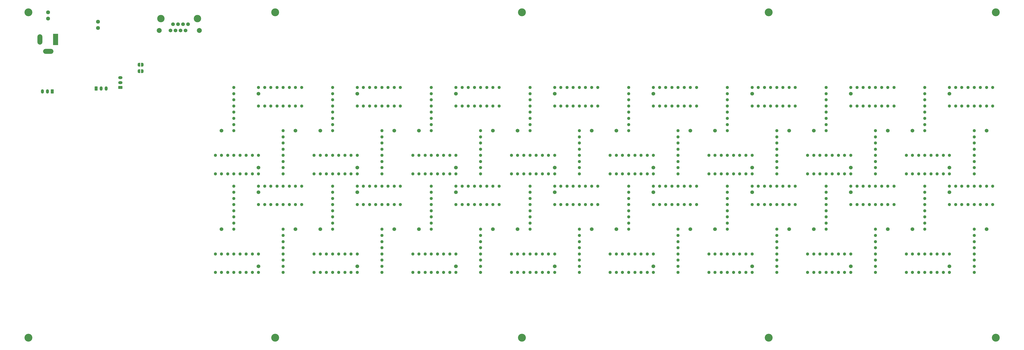
<source format=gbr>
%TF.GenerationSoftware,KiCad,Pcbnew,8.0.6*%
%TF.CreationDate,2025-05-14T01:22:40+09:00*%
%TF.ProjectId,denko_test,64656e6b-6f5f-4746-9573-742e6b696361,rev?*%
%TF.SameCoordinates,Original*%
%TF.FileFunction,Soldermask,Bot*%
%TF.FilePolarity,Negative*%
%FSLAX46Y46*%
G04 Gerber Fmt 4.6, Leading zero omitted, Abs format (unit mm)*
G04 Created by KiCad (PCBNEW 8.0.6) date 2025-05-14 01:22:40*
%MOMM*%
%LPD*%
G01*
G04 APERTURE LIST*
G04 Aperture macros list*
%AMRoundRect*
0 Rectangle with rounded corners*
0 $1 Rounding radius*
0 $2 $3 $4 $5 $6 $7 $8 $9 X,Y pos of 4 corners*
0 Add a 4 corners polygon primitive as box body*
4,1,4,$2,$3,$4,$5,$6,$7,$8,$9,$2,$3,0*
0 Add four circle primitives for the rounded corners*
1,1,$1+$1,$2,$3*
1,1,$1+$1,$4,$5*
1,1,$1+$1,$6,$7*
1,1,$1+$1,$8,$9*
0 Add four rect primitives between the rounded corners*
20,1,$1+$1,$2,$3,$4,$5,0*
20,1,$1+$1,$4,$5,$6,$7,0*
20,1,$1+$1,$6,$7,$8,$9,0*
20,1,$1+$1,$8,$9,$2,$3,0*%
%AMFreePoly0*
4,1,19,0.500000,-0.750000,0.000000,-0.750000,0.000000,-0.744911,-0.071157,-0.744911,-0.207708,-0.704816,-0.327430,-0.627875,-0.420627,-0.520320,-0.479746,-0.390866,-0.500000,-0.250000,-0.500000,0.250000,-0.479746,0.390866,-0.420627,0.520320,-0.327430,0.627875,-0.207708,0.704816,-0.071157,0.744911,0.000000,0.744911,0.000000,0.750000,0.500000,0.750000,0.500000,-0.750000,0.500000,-0.750000,
$1*%
%AMFreePoly1*
4,1,19,0.000000,0.744911,0.071157,0.744911,0.207708,0.704816,0.327430,0.627875,0.420627,0.520320,0.479746,0.390866,0.500000,0.250000,0.500000,-0.250000,0.479746,-0.390866,0.420627,-0.520320,0.327430,-0.627875,0.207708,-0.704816,0.071157,-0.744911,0.000000,-0.744911,0.000000,-0.750000,-0.500000,-0.750000,-0.500000,0.750000,0.000000,0.750000,0.000000,0.744911,0.000000,0.744911,
$1*%
G04 Aperture macros list end*
%ADD10C,1.500000*%
%ADD11C,1.300000*%
%ADD12R,2.000000X4.600000*%
%ADD13O,2.000000X4.200000*%
%ADD14O,4.200000X2.000000*%
%ADD15RoundRect,0.250000X0.350000X0.625000X-0.350000X0.625000X-0.350000X-0.625000X0.350000X-0.625000X0*%
%ADD16O,1.200000X1.750000*%
%ADD17C,3.200000*%
%ADD18RoundRect,0.250000X0.625000X-0.350000X0.625000X0.350000X-0.625000X0.350000X-0.625000X-0.350000X0*%
%ADD19O,1.750000X1.200000*%
%ADD20C,1.600000*%
%ADD21RoundRect,0.250000X-0.350000X-0.625000X0.350000X-0.625000X0.350000X0.625000X-0.350000X0.625000X0*%
%ADD22C,2.000000*%
%ADD23C,3.000000*%
%ADD24FreePoly0,180.000000*%
%ADD25FreePoly1,180.000000*%
G04 APERTURE END LIST*
D10*
%TO.C,U40*%
X510280000Y-316000000D03*
X495280000Y-301000000D03*
X525280000Y-301000000D03*
X510280000Y-286000000D03*
D11*
X500280000Y-283500000D03*
X500280000Y-286000000D03*
X500280000Y-288500000D03*
X500280000Y-291000000D03*
X500280000Y-293500000D03*
X500280000Y-296000000D03*
X500280000Y-298500000D03*
X500280000Y-301000000D03*
X492780000Y-311000000D03*
X495280000Y-311000000D03*
X497780000Y-311000000D03*
X500280000Y-311000000D03*
X502780000Y-311000000D03*
X505280000Y-311000000D03*
X507780000Y-311000000D03*
X510280000Y-311000000D03*
X520280000Y-318500000D03*
X520280000Y-316000000D03*
X520280000Y-313500000D03*
X520280000Y-311000000D03*
X520280000Y-308500000D03*
X520280000Y-306000000D03*
X520280000Y-303500000D03*
X520280000Y-301000000D03*
X527780000Y-291000000D03*
X525280000Y-291000000D03*
X522780000Y-291000000D03*
X520280000Y-291000000D03*
X517780000Y-291000000D03*
X515280000Y-291000000D03*
X512780000Y-291000000D03*
X510280000Y-291000000D03*
X492780000Y-318500000D03*
X495280000Y-318500000D03*
X497780000Y-318500000D03*
X500280000Y-318500000D03*
X502780000Y-318500000D03*
X505280000Y-318500000D03*
X507780000Y-318500000D03*
X510280000Y-318500000D03*
X527780000Y-283500000D03*
X525280000Y-283500000D03*
X522780000Y-283500000D03*
X520280000Y-283500000D03*
X517780000Y-283500000D03*
X515280000Y-283500000D03*
X512780000Y-283500000D03*
X510280000Y-283500000D03*
%TD*%
D10*
%TO.C,U49*%
X550280000Y-276000000D03*
X535280000Y-261000000D03*
X565280000Y-261000000D03*
X550280000Y-246000000D03*
D11*
X540280000Y-243500000D03*
X540280000Y-246000000D03*
X540280000Y-248500000D03*
X540280000Y-251000000D03*
X540280000Y-253500000D03*
X540280000Y-256000000D03*
X540280000Y-258500000D03*
X540280000Y-261000000D03*
X532780000Y-271000000D03*
X535280000Y-271000000D03*
X537780000Y-271000000D03*
X540280000Y-271000000D03*
X542780000Y-271000000D03*
X545280000Y-271000000D03*
X547780000Y-271000000D03*
X550280000Y-271000000D03*
X560280000Y-278500000D03*
X560280000Y-276000000D03*
X560280000Y-273500000D03*
X560280000Y-271000000D03*
X560280000Y-268500000D03*
X560280000Y-266000000D03*
X560280000Y-263500000D03*
X560280000Y-261000000D03*
X567780000Y-251000000D03*
X565280000Y-251000000D03*
X562780000Y-251000000D03*
X560280000Y-251000000D03*
X557780000Y-251000000D03*
X555280000Y-251000000D03*
X552780000Y-251000000D03*
X550280000Y-251000000D03*
X532780000Y-278500000D03*
X535280000Y-278500000D03*
X537780000Y-278500000D03*
X540280000Y-278500000D03*
X542780000Y-278500000D03*
X545280000Y-278500000D03*
X547780000Y-278500000D03*
X550280000Y-278500000D03*
X567780000Y-243500000D03*
X565280000Y-243500000D03*
X562780000Y-243500000D03*
X560280000Y-243500000D03*
X557780000Y-243500000D03*
X555280000Y-243500000D03*
X552780000Y-243500000D03*
X550280000Y-243500000D03*
%TD*%
D10*
%TO.C,U33*%
X470280000Y-276000000D03*
X455280000Y-261000000D03*
X485280000Y-261000000D03*
X470280000Y-246000000D03*
D11*
X460280000Y-243500000D03*
X460280000Y-246000000D03*
X460280000Y-248500000D03*
X460280000Y-251000000D03*
X460280000Y-253500000D03*
X460280000Y-256000000D03*
X460280000Y-258500000D03*
X460280000Y-261000000D03*
X452780000Y-271000000D03*
X455280000Y-271000000D03*
X457780000Y-271000000D03*
X460280000Y-271000000D03*
X462780000Y-271000000D03*
X465280000Y-271000000D03*
X467780000Y-271000000D03*
X470280000Y-271000000D03*
X480280000Y-278500000D03*
X480280000Y-276000000D03*
X480280000Y-273500000D03*
X480280000Y-271000000D03*
X480280000Y-268500000D03*
X480280000Y-266000000D03*
X480280000Y-263500000D03*
X480280000Y-261000000D03*
X487780000Y-251000000D03*
X485280000Y-251000000D03*
X482780000Y-251000000D03*
X480280000Y-251000000D03*
X477780000Y-251000000D03*
X475280000Y-251000000D03*
X472780000Y-251000000D03*
X470280000Y-251000000D03*
X452780000Y-278500000D03*
X455280000Y-278500000D03*
X457780000Y-278500000D03*
X460280000Y-278500000D03*
X462780000Y-278500000D03*
X465280000Y-278500000D03*
X467780000Y-278500000D03*
X470280000Y-278500000D03*
X487780000Y-243500000D03*
X485280000Y-243500000D03*
X482780000Y-243500000D03*
X480280000Y-243500000D03*
X477780000Y-243500000D03*
X475280000Y-243500000D03*
X472780000Y-243500000D03*
X470280000Y-243500000D03*
%TD*%
D12*
%TO.C,J2*%
X188000000Y-224000000D03*
D13*
X181700000Y-224000000D03*
D14*
X185100000Y-228800000D03*
%TD*%
D15*
%TO.C,J5*%
X186700000Y-245100000D03*
D16*
X184700000Y-245100000D03*
X182700000Y-245100000D03*
%TD*%
D10*
%TO.C,U39*%
X510280000Y-276000000D03*
X495280000Y-261000000D03*
X525280000Y-261000000D03*
X510280000Y-246000000D03*
D11*
X500280000Y-243500000D03*
X500280000Y-246000000D03*
X500280000Y-248500000D03*
X500280000Y-251000000D03*
X500280000Y-253500000D03*
X500280000Y-256000000D03*
X500280000Y-258500000D03*
X500280000Y-261000000D03*
X492780000Y-271000000D03*
X495280000Y-271000000D03*
X497780000Y-271000000D03*
X500280000Y-271000000D03*
X502780000Y-271000000D03*
X505280000Y-271000000D03*
X507780000Y-271000000D03*
X510280000Y-271000000D03*
X520280000Y-278500000D03*
X520280000Y-276000000D03*
X520280000Y-273500000D03*
X520280000Y-271000000D03*
X520280000Y-268500000D03*
X520280000Y-266000000D03*
X520280000Y-263500000D03*
X520280000Y-261000000D03*
X527780000Y-251000000D03*
X525280000Y-251000000D03*
X522780000Y-251000000D03*
X520280000Y-251000000D03*
X517780000Y-251000000D03*
X515280000Y-251000000D03*
X512780000Y-251000000D03*
X510280000Y-251000000D03*
X492780000Y-278500000D03*
X495280000Y-278500000D03*
X497780000Y-278500000D03*
X500280000Y-278500000D03*
X502780000Y-278500000D03*
X505280000Y-278500000D03*
X507780000Y-278500000D03*
X510280000Y-278500000D03*
X527780000Y-243500000D03*
X525280000Y-243500000D03*
X522780000Y-243500000D03*
X520280000Y-243500000D03*
X517780000Y-243500000D03*
X515280000Y-243500000D03*
X512780000Y-243500000D03*
X510280000Y-243500000D03*
%TD*%
D17*
%TO.C,H5*%
X177000000Y-345000000D03*
%TD*%
D10*
%TO.C,U34*%
X470280000Y-316000000D03*
X455280000Y-301000000D03*
X485280000Y-301000000D03*
X470280000Y-286000000D03*
D11*
X460280000Y-283500000D03*
X460280000Y-286000000D03*
X460280000Y-288500000D03*
X460280000Y-291000000D03*
X460280000Y-293500000D03*
X460280000Y-296000000D03*
X460280000Y-298500000D03*
X460280000Y-301000000D03*
X452780000Y-311000000D03*
X455280000Y-311000000D03*
X457780000Y-311000000D03*
X460280000Y-311000000D03*
X462780000Y-311000000D03*
X465280000Y-311000000D03*
X467780000Y-311000000D03*
X470280000Y-311000000D03*
X480280000Y-318500000D03*
X480280000Y-316000000D03*
X480280000Y-313500000D03*
X480280000Y-311000000D03*
X480280000Y-308500000D03*
X480280000Y-306000000D03*
X480280000Y-303500000D03*
X480280000Y-301000000D03*
X487780000Y-291000000D03*
X485280000Y-291000000D03*
X482780000Y-291000000D03*
X480280000Y-291000000D03*
X477780000Y-291000000D03*
X475280000Y-291000000D03*
X472780000Y-291000000D03*
X470280000Y-291000000D03*
X452780000Y-318500000D03*
X455280000Y-318500000D03*
X457780000Y-318500000D03*
X460280000Y-318500000D03*
X462780000Y-318500000D03*
X465280000Y-318500000D03*
X467780000Y-318500000D03*
X470280000Y-318500000D03*
X487780000Y-283500000D03*
X485280000Y-283500000D03*
X482780000Y-283500000D03*
X480280000Y-283500000D03*
X477780000Y-283500000D03*
X475280000Y-283500000D03*
X472780000Y-283500000D03*
X470280000Y-283500000D03*
%TD*%
D18*
%TO.C,J1*%
X214300000Y-243500000D03*
D19*
X214300000Y-241500000D03*
X214300000Y-239500000D03*
%TD*%
D17*
%TO.C,H8*%
X277000000Y-213000000D03*
%TD*%
D10*
%TO.C,U6*%
X310280000Y-316000000D03*
X295280000Y-301000000D03*
X325280000Y-301000000D03*
X310280000Y-286000000D03*
D11*
X300280000Y-283500000D03*
X300280000Y-286000000D03*
X300280000Y-288500000D03*
X300280000Y-291000000D03*
X300280000Y-293500000D03*
X300280000Y-296000000D03*
X300280000Y-298500000D03*
X300280000Y-301000000D03*
X292780000Y-311000000D03*
X295280000Y-311000000D03*
X297780000Y-311000000D03*
X300280000Y-311000000D03*
X302780000Y-311000000D03*
X305280000Y-311000000D03*
X307780000Y-311000000D03*
X310280000Y-311000000D03*
X320280000Y-318500000D03*
X320280000Y-316000000D03*
X320280000Y-313500000D03*
X320280000Y-311000000D03*
X320280000Y-308500000D03*
X320280000Y-306000000D03*
X320280000Y-303500000D03*
X320280000Y-301000000D03*
X327780000Y-291000000D03*
X325280000Y-291000000D03*
X322780000Y-291000000D03*
X320280000Y-291000000D03*
X317780000Y-291000000D03*
X315280000Y-291000000D03*
X312780000Y-291000000D03*
X310280000Y-291000000D03*
X292780000Y-318500000D03*
X295280000Y-318500000D03*
X297780000Y-318500000D03*
X300280000Y-318500000D03*
X302780000Y-318500000D03*
X305280000Y-318500000D03*
X307780000Y-318500000D03*
X310280000Y-318500000D03*
X327780000Y-283500000D03*
X325280000Y-283500000D03*
X322780000Y-283500000D03*
X320280000Y-283500000D03*
X317780000Y-283500000D03*
X315280000Y-283500000D03*
X312780000Y-283500000D03*
X310280000Y-283500000D03*
%TD*%
D20*
%TO.C,C1*%
X185000000Y-215500000D03*
X185000000Y-213000000D03*
%TD*%
D10*
%TO.C,U21*%
X390280000Y-276000000D03*
X375280000Y-261000000D03*
X405280000Y-261000000D03*
X390280000Y-246000000D03*
D11*
X380280000Y-243500000D03*
X380280000Y-246000000D03*
X380280000Y-248500000D03*
X380280000Y-251000000D03*
X380280000Y-253500000D03*
X380280000Y-256000000D03*
X380280000Y-258500000D03*
X380280000Y-261000000D03*
X372780000Y-271000000D03*
X375280000Y-271000000D03*
X377780000Y-271000000D03*
X380280000Y-271000000D03*
X382780000Y-271000000D03*
X385280000Y-271000000D03*
X387780000Y-271000000D03*
X390280000Y-271000000D03*
X400280000Y-278500000D03*
X400280000Y-276000000D03*
X400280000Y-273500000D03*
X400280000Y-271000000D03*
X400280000Y-268500000D03*
X400280000Y-266000000D03*
X400280000Y-263500000D03*
X400280000Y-261000000D03*
X407780000Y-251000000D03*
X405280000Y-251000000D03*
X402780000Y-251000000D03*
X400280000Y-251000000D03*
X397780000Y-251000000D03*
X395280000Y-251000000D03*
X392780000Y-251000000D03*
X390280000Y-251000000D03*
X372780000Y-278500000D03*
X375280000Y-278500000D03*
X377780000Y-278500000D03*
X380280000Y-278500000D03*
X382780000Y-278500000D03*
X385280000Y-278500000D03*
X387780000Y-278500000D03*
X390280000Y-278500000D03*
X407780000Y-243500000D03*
X405280000Y-243500000D03*
X402780000Y-243500000D03*
X400280000Y-243500000D03*
X397780000Y-243500000D03*
X395280000Y-243500000D03*
X392780000Y-243500000D03*
X390280000Y-243500000D03*
%TD*%
D10*
%TO.C,U3*%
X270280000Y-276000000D03*
X255280000Y-261000000D03*
X285280000Y-261000000D03*
X270280000Y-246000000D03*
D11*
X260280000Y-243500000D03*
X260280000Y-246000000D03*
X260280000Y-248500000D03*
X260280000Y-251000000D03*
X260280000Y-253500000D03*
X260280000Y-256000000D03*
X260280000Y-258500000D03*
X260280000Y-261000000D03*
X252780000Y-271000000D03*
X255280000Y-271000000D03*
X257780000Y-271000000D03*
X260280000Y-271000000D03*
X262780000Y-271000000D03*
X265280000Y-271000000D03*
X267780000Y-271000000D03*
X270280000Y-271000000D03*
X280280000Y-278500000D03*
X280280000Y-276000000D03*
X280280000Y-273500000D03*
X280280000Y-271000000D03*
X280280000Y-268500000D03*
X280280000Y-266000000D03*
X280280000Y-263500000D03*
X280280000Y-261000000D03*
X287780000Y-251000000D03*
X285280000Y-251000000D03*
X282780000Y-251000000D03*
X280280000Y-251000000D03*
X277780000Y-251000000D03*
X275280000Y-251000000D03*
X272780000Y-251000000D03*
X270280000Y-251000000D03*
X252780000Y-278500000D03*
X255280000Y-278500000D03*
X257780000Y-278500000D03*
X260280000Y-278500000D03*
X262780000Y-278500000D03*
X265280000Y-278500000D03*
X267780000Y-278500000D03*
X270280000Y-278500000D03*
X287780000Y-243500000D03*
X285280000Y-243500000D03*
X282780000Y-243500000D03*
X280280000Y-243500000D03*
X277780000Y-243500000D03*
X275280000Y-243500000D03*
X272780000Y-243500000D03*
X270280000Y-243500000D03*
%TD*%
D10*
%TO.C,U28*%
X430280000Y-316000000D03*
X415280000Y-301000000D03*
X445280000Y-301000000D03*
X430280000Y-286000000D03*
D11*
X420280000Y-283500000D03*
X420280000Y-286000000D03*
X420280000Y-288500000D03*
X420280000Y-291000000D03*
X420280000Y-293500000D03*
X420280000Y-296000000D03*
X420280000Y-298500000D03*
X420280000Y-301000000D03*
X412780000Y-311000000D03*
X415280000Y-311000000D03*
X417780000Y-311000000D03*
X420280000Y-311000000D03*
X422780000Y-311000000D03*
X425280000Y-311000000D03*
X427780000Y-311000000D03*
X430280000Y-311000000D03*
X440280000Y-318500000D03*
X440280000Y-316000000D03*
X440280000Y-313500000D03*
X440280000Y-311000000D03*
X440280000Y-308500000D03*
X440280000Y-306000000D03*
X440280000Y-303500000D03*
X440280000Y-301000000D03*
X447780000Y-291000000D03*
X445280000Y-291000000D03*
X442780000Y-291000000D03*
X440280000Y-291000000D03*
X437780000Y-291000000D03*
X435280000Y-291000000D03*
X432780000Y-291000000D03*
X430280000Y-291000000D03*
X412780000Y-318500000D03*
X415280000Y-318500000D03*
X417780000Y-318500000D03*
X420280000Y-318500000D03*
X422780000Y-318500000D03*
X425280000Y-318500000D03*
X427780000Y-318500000D03*
X430280000Y-318500000D03*
X447780000Y-283500000D03*
X445280000Y-283500000D03*
X442780000Y-283500000D03*
X440280000Y-283500000D03*
X437780000Y-283500000D03*
X435280000Y-283500000D03*
X432780000Y-283500000D03*
X430280000Y-283500000D03*
%TD*%
D10*
%TO.C,U27*%
X430280000Y-276000000D03*
X415280000Y-261000000D03*
X445280000Y-261000000D03*
X430280000Y-246000000D03*
D11*
X420280000Y-243500000D03*
X420280000Y-246000000D03*
X420280000Y-248500000D03*
X420280000Y-251000000D03*
X420280000Y-253500000D03*
X420280000Y-256000000D03*
X420280000Y-258500000D03*
X420280000Y-261000000D03*
X412780000Y-271000000D03*
X415280000Y-271000000D03*
X417780000Y-271000000D03*
X420280000Y-271000000D03*
X422780000Y-271000000D03*
X425280000Y-271000000D03*
X427780000Y-271000000D03*
X430280000Y-271000000D03*
X440280000Y-278500000D03*
X440280000Y-276000000D03*
X440280000Y-273500000D03*
X440280000Y-271000000D03*
X440280000Y-268500000D03*
X440280000Y-266000000D03*
X440280000Y-263500000D03*
X440280000Y-261000000D03*
X447780000Y-251000000D03*
X445280000Y-251000000D03*
X442780000Y-251000000D03*
X440280000Y-251000000D03*
X437780000Y-251000000D03*
X435280000Y-251000000D03*
X432780000Y-251000000D03*
X430280000Y-251000000D03*
X412780000Y-278500000D03*
X415280000Y-278500000D03*
X417780000Y-278500000D03*
X420280000Y-278500000D03*
X422780000Y-278500000D03*
X425280000Y-278500000D03*
X427780000Y-278500000D03*
X430280000Y-278500000D03*
X447780000Y-243500000D03*
X445280000Y-243500000D03*
X442780000Y-243500000D03*
X440280000Y-243500000D03*
X437780000Y-243500000D03*
X435280000Y-243500000D03*
X432780000Y-243500000D03*
X430280000Y-243500000D03*
%TD*%
D10*
%TO.C,U22*%
X390280000Y-316000000D03*
X375280000Y-301000000D03*
X405280000Y-301000000D03*
X390280000Y-286000000D03*
D11*
X380280000Y-283500000D03*
X380280000Y-286000000D03*
X380280000Y-288500000D03*
X380280000Y-291000000D03*
X380280000Y-293500000D03*
X380280000Y-296000000D03*
X380280000Y-298500000D03*
X380280000Y-301000000D03*
X372780000Y-311000000D03*
X375280000Y-311000000D03*
X377780000Y-311000000D03*
X380280000Y-311000000D03*
X382780000Y-311000000D03*
X385280000Y-311000000D03*
X387780000Y-311000000D03*
X390280000Y-311000000D03*
X400280000Y-318500000D03*
X400280000Y-316000000D03*
X400280000Y-313500000D03*
X400280000Y-311000000D03*
X400280000Y-308500000D03*
X400280000Y-306000000D03*
X400280000Y-303500000D03*
X400280000Y-301000000D03*
X407780000Y-291000000D03*
X405280000Y-291000000D03*
X402780000Y-291000000D03*
X400280000Y-291000000D03*
X397780000Y-291000000D03*
X395280000Y-291000000D03*
X392780000Y-291000000D03*
X390280000Y-291000000D03*
X372780000Y-318500000D03*
X375280000Y-318500000D03*
X377780000Y-318500000D03*
X380280000Y-318500000D03*
X382780000Y-318500000D03*
X385280000Y-318500000D03*
X387780000Y-318500000D03*
X390280000Y-318500000D03*
X407780000Y-283500000D03*
X405280000Y-283500000D03*
X402780000Y-283500000D03*
X400280000Y-283500000D03*
X397780000Y-283500000D03*
X395280000Y-283500000D03*
X392780000Y-283500000D03*
X390280000Y-283500000D03*
%TD*%
D21*
%TO.C,J4*%
X204500000Y-243900000D03*
D16*
X206500000Y-243900000D03*
X208500000Y-243900000D03*
%TD*%
D17*
%TO.C,H7*%
X277000000Y-345000000D03*
%TD*%
%TO.C,H1*%
X477000000Y-345000000D03*
%TD*%
D22*
%TO.C,J6*%
X246275000Y-220340000D03*
D23*
X245550000Y-215500000D03*
X230750000Y-215500000D03*
D22*
X230025000Y-220340000D03*
D10*
X234580000Y-220340000D03*
X235600000Y-217800000D03*
X236620000Y-220340000D03*
X237640000Y-217800000D03*
X238660000Y-220340000D03*
X239680000Y-217800000D03*
X240700000Y-220340000D03*
X241720000Y-217800000D03*
%TD*%
D17*
%TO.C,H10*%
X569000000Y-213000000D03*
%TD*%
%TO.C,H3*%
X477000000Y-213000000D03*
%TD*%
D10*
%TO.C,U4*%
X270280000Y-316000000D03*
X255280000Y-301000000D03*
X285280000Y-301000000D03*
X270280000Y-286000000D03*
D11*
X260280000Y-283500000D03*
X260280000Y-286000000D03*
X260280000Y-288500000D03*
X260280000Y-291000000D03*
X260280000Y-293500000D03*
X260280000Y-296000000D03*
X260280000Y-298500000D03*
X260280000Y-301000000D03*
X252780000Y-311000000D03*
X255280000Y-311000000D03*
X257780000Y-311000000D03*
X260280000Y-311000000D03*
X262780000Y-311000000D03*
X265280000Y-311000000D03*
X267780000Y-311000000D03*
X270280000Y-311000000D03*
X280280000Y-318500000D03*
X280280000Y-316000000D03*
X280280000Y-313500000D03*
X280280000Y-311000000D03*
X280280000Y-308500000D03*
X280280000Y-306000000D03*
X280280000Y-303500000D03*
X280280000Y-301000000D03*
X287780000Y-291000000D03*
X285280000Y-291000000D03*
X282780000Y-291000000D03*
X280280000Y-291000000D03*
X277780000Y-291000000D03*
X275280000Y-291000000D03*
X272780000Y-291000000D03*
X270280000Y-291000000D03*
X252780000Y-318500000D03*
X255280000Y-318500000D03*
X257780000Y-318500000D03*
X260280000Y-318500000D03*
X262780000Y-318500000D03*
X265280000Y-318500000D03*
X267780000Y-318500000D03*
X270280000Y-318500000D03*
X287780000Y-283500000D03*
X285280000Y-283500000D03*
X282780000Y-283500000D03*
X280280000Y-283500000D03*
X277780000Y-283500000D03*
X275280000Y-283500000D03*
X272780000Y-283500000D03*
X270280000Y-283500000D03*
%TD*%
D10*
%TO.C,U12*%
X350280000Y-316000000D03*
X335280000Y-301000000D03*
X365280000Y-301000000D03*
X350280000Y-286000000D03*
D11*
X340280000Y-283500000D03*
X340280000Y-286000000D03*
X340280000Y-288500000D03*
X340280000Y-291000000D03*
X340280000Y-293500000D03*
X340280000Y-296000000D03*
X340280000Y-298500000D03*
X340280000Y-301000000D03*
X332780000Y-311000000D03*
X335280000Y-311000000D03*
X337780000Y-311000000D03*
X340280000Y-311000000D03*
X342780000Y-311000000D03*
X345280000Y-311000000D03*
X347780000Y-311000000D03*
X350280000Y-311000000D03*
X360280000Y-318500000D03*
X360280000Y-316000000D03*
X360280000Y-313500000D03*
X360280000Y-311000000D03*
X360280000Y-308500000D03*
X360280000Y-306000000D03*
X360280000Y-303500000D03*
X360280000Y-301000000D03*
X367780000Y-291000000D03*
X365280000Y-291000000D03*
X362780000Y-291000000D03*
X360280000Y-291000000D03*
X357780000Y-291000000D03*
X355280000Y-291000000D03*
X352780000Y-291000000D03*
X350280000Y-291000000D03*
X332780000Y-318500000D03*
X335280000Y-318500000D03*
X337780000Y-318500000D03*
X340280000Y-318500000D03*
X342780000Y-318500000D03*
X345280000Y-318500000D03*
X347780000Y-318500000D03*
X350280000Y-318500000D03*
X367780000Y-283500000D03*
X365280000Y-283500000D03*
X362780000Y-283500000D03*
X360280000Y-283500000D03*
X357780000Y-283500000D03*
X355280000Y-283500000D03*
X352780000Y-283500000D03*
X350280000Y-283500000D03*
%TD*%
D10*
%TO.C,U50*%
X550280000Y-316000000D03*
X535280000Y-301000000D03*
X565280000Y-301000000D03*
X550280000Y-286000000D03*
D11*
X540280000Y-283500000D03*
X540280000Y-286000000D03*
X540280000Y-288500000D03*
X540280000Y-291000000D03*
X540280000Y-293500000D03*
X540280000Y-296000000D03*
X540280000Y-298500000D03*
X540280000Y-301000000D03*
X532780000Y-311000000D03*
X535280000Y-311000000D03*
X537780000Y-311000000D03*
X540280000Y-311000000D03*
X542780000Y-311000000D03*
X545280000Y-311000000D03*
X547780000Y-311000000D03*
X550280000Y-311000000D03*
X560280000Y-318500000D03*
X560280000Y-316000000D03*
X560280000Y-313500000D03*
X560280000Y-311000000D03*
X560280000Y-308500000D03*
X560280000Y-306000000D03*
X560280000Y-303500000D03*
X560280000Y-301000000D03*
X567780000Y-291000000D03*
X565280000Y-291000000D03*
X562780000Y-291000000D03*
X560280000Y-291000000D03*
X557780000Y-291000000D03*
X555280000Y-291000000D03*
X552780000Y-291000000D03*
X550280000Y-291000000D03*
X532780000Y-318500000D03*
X535280000Y-318500000D03*
X537780000Y-318500000D03*
X540280000Y-318500000D03*
X542780000Y-318500000D03*
X545280000Y-318500000D03*
X547780000Y-318500000D03*
X550280000Y-318500000D03*
X567780000Y-283500000D03*
X565280000Y-283500000D03*
X562780000Y-283500000D03*
X560280000Y-283500000D03*
X557780000Y-283500000D03*
X555280000Y-283500000D03*
X552780000Y-283500000D03*
X550280000Y-283500000D03*
%TD*%
D17*
%TO.C,H2*%
X177000000Y-213000000D03*
%TD*%
%TO.C,H9*%
X377000000Y-213000000D03*
%TD*%
%TO.C,H6*%
X569000000Y-345000000D03*
%TD*%
D10*
%TO.C,U11*%
X350280000Y-276000000D03*
X335280000Y-261000000D03*
X365280000Y-261000000D03*
X350280000Y-246000000D03*
D11*
X340280000Y-243500000D03*
X340280000Y-246000000D03*
X340280000Y-248500000D03*
X340280000Y-251000000D03*
X340280000Y-253500000D03*
X340280000Y-256000000D03*
X340280000Y-258500000D03*
X340280000Y-261000000D03*
X332780000Y-271000000D03*
X335280000Y-271000000D03*
X337780000Y-271000000D03*
X340280000Y-271000000D03*
X342780000Y-271000000D03*
X345280000Y-271000000D03*
X347780000Y-271000000D03*
X350280000Y-271000000D03*
X360280000Y-278500000D03*
X360280000Y-276000000D03*
X360280000Y-273500000D03*
X360280000Y-271000000D03*
X360280000Y-268500000D03*
X360280000Y-266000000D03*
X360280000Y-263500000D03*
X360280000Y-261000000D03*
X367780000Y-251000000D03*
X365280000Y-251000000D03*
X362780000Y-251000000D03*
X360280000Y-251000000D03*
X357780000Y-251000000D03*
X355280000Y-251000000D03*
X352780000Y-251000000D03*
X350280000Y-251000000D03*
X332780000Y-278500000D03*
X335280000Y-278500000D03*
X337780000Y-278500000D03*
X340280000Y-278500000D03*
X342780000Y-278500000D03*
X345280000Y-278500000D03*
X347780000Y-278500000D03*
X350280000Y-278500000D03*
X367780000Y-243500000D03*
X365280000Y-243500000D03*
X362780000Y-243500000D03*
X360280000Y-243500000D03*
X357780000Y-243500000D03*
X355280000Y-243500000D03*
X352780000Y-243500000D03*
X350280000Y-243500000D03*
%TD*%
D10*
%TO.C,U5*%
X310280000Y-276000000D03*
X295280000Y-261000000D03*
X325280000Y-261000000D03*
X310280000Y-246000000D03*
D11*
X300280000Y-243500000D03*
X300280000Y-246000000D03*
X300280000Y-248500000D03*
X300280000Y-251000000D03*
X300280000Y-253500000D03*
X300280000Y-256000000D03*
X300280000Y-258500000D03*
X300280000Y-261000000D03*
X292780000Y-271000000D03*
X295280000Y-271000000D03*
X297780000Y-271000000D03*
X300280000Y-271000000D03*
X302780000Y-271000000D03*
X305280000Y-271000000D03*
X307780000Y-271000000D03*
X310280000Y-271000000D03*
X320280000Y-278500000D03*
X320280000Y-276000000D03*
X320280000Y-273500000D03*
X320280000Y-271000000D03*
X320280000Y-268500000D03*
X320280000Y-266000000D03*
X320280000Y-263500000D03*
X320280000Y-261000000D03*
X327780000Y-251000000D03*
X325280000Y-251000000D03*
X322780000Y-251000000D03*
X320280000Y-251000000D03*
X317780000Y-251000000D03*
X315280000Y-251000000D03*
X312780000Y-251000000D03*
X310280000Y-251000000D03*
X292780000Y-278500000D03*
X295280000Y-278500000D03*
X297780000Y-278500000D03*
X300280000Y-278500000D03*
X302780000Y-278500000D03*
X305280000Y-278500000D03*
X307780000Y-278500000D03*
X310280000Y-278500000D03*
X327780000Y-243500000D03*
X325280000Y-243500000D03*
X322780000Y-243500000D03*
X320280000Y-243500000D03*
X317780000Y-243500000D03*
X315280000Y-243500000D03*
X312780000Y-243500000D03*
X310280000Y-243500000D03*
%TD*%
D17*
%TO.C,H4*%
X377000000Y-345000000D03*
%TD*%
D20*
%TO.C,C2*%
X205200000Y-219337500D03*
X205200000Y-216837500D03*
%TD*%
D24*
%TO.C,JP2*%
X223150000Y-236900000D03*
D25*
X221850000Y-236900000D03*
%TD*%
D24*
%TO.C,JP1*%
X223150000Y-234200000D03*
D25*
X221850000Y-234200000D03*
%TD*%
M02*

</source>
